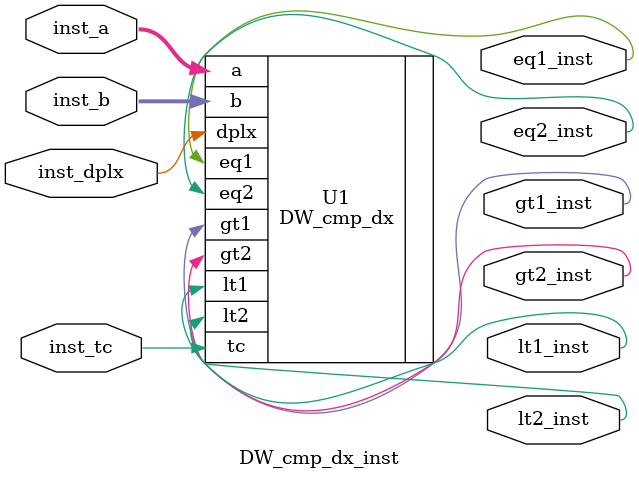
<source format=v>
module DW_cmp_dx_inst( inst_a, inst_b, inst_tc, inst_dplx, lt1_inst, 
                        eq1_inst, gt1_inst, lt2_inst, eq2_inst, gt2_inst );

  parameter width = 24;
  parameter p1_width = 16;

  input [width-1 : 0] inst_a;
  input [width-1 : 0] inst_b;
  input inst_tc;
  input inst_dplx;
  output lt1_inst;
  output eq1_inst;
  output gt1_inst;
  output lt2_inst;
  output eq2_inst;
  output gt2_inst;

  // Instance of DW_cmp_dx
  DW_cmp_dx #(width, p1_width)
    U1 ( .a(inst_a), .b(inst_b), .tc(inst_tc), .dplx(inst_dplx),
         .lt1(lt1_inst), .eq1(eq1_inst), .gt1(gt1_inst),
         .lt2(lt2_inst), .eq2(eq2_inst), .gt2(gt2_inst) );
endmodule

</source>
